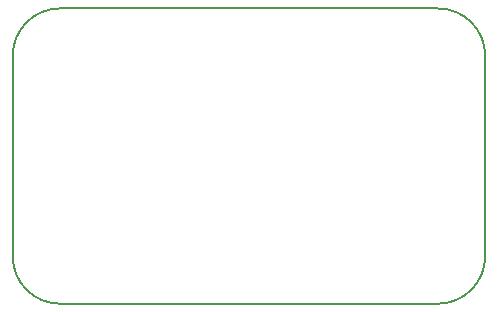
<source format=gbr>
G04 (created by PCBNEW (2012-nov-02)-testing) date E 18 veebr 2013 20:08:52 EET*
%MOIN*%
G04 Gerber Fmt 3.4, Leading zero omitted, Abs format*
%FSLAX34Y34*%
G01*
G70*
G90*
G04 APERTURE LIST*
%ADD10C,0.006*%
%ADD11C,0.00590551*%
G04 APERTURE END LIST*
G54D10*
G54D11*
X1574Y9842D02*
X14173Y9842D01*
X14173Y0D02*
X1574Y0D01*
X15748Y8267D02*
X15748Y1574D01*
X15748Y8267D02*
G75*
G03X14173Y9842I-1574J0D01*
G74*
G01*
X14173Y0D02*
G75*
G03X15748Y1574I0J1574D01*
G74*
G01*
X0Y8267D02*
X0Y1574D01*
X0Y1574D02*
G75*
G03X1574Y0I1574J0D01*
G74*
G01*
X1574Y9842D02*
G75*
G03X0Y8267I0J-1574D01*
G74*
G01*
M02*

</source>
